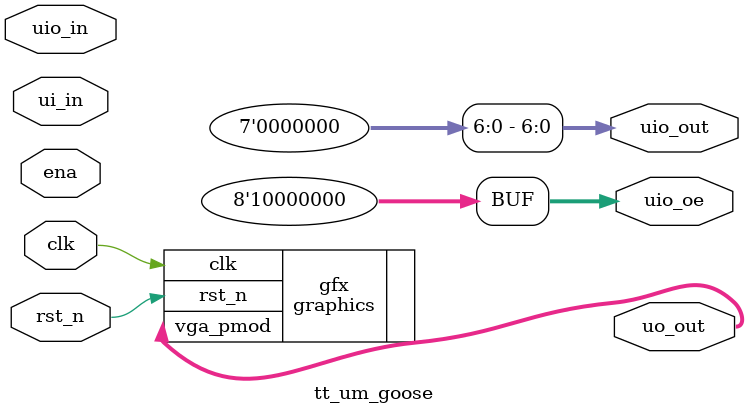
<source format=sv>
/*
 * Copyright (c) 2024 Your Name
 * SPDX-License-Identifier: Apache-2.0
 */

`default_nettype none

module tt_um_goose (
    input  wire [7:0] ui_in,    // Dedicated inputs
    output wire [7:0] uo_out,   // Dedicated outputs
    input  wire [7:0] uio_in,   // IOs: Input path
    output wire [7:0] uio_out,  // IOs: Output path
    output wire [7:0] uio_oe,   // IOs: Enable path (active high: 0=input, 1=output)
    input  wire       ena,      // always 1 when the design is powered, so you can ignore it
    input  wire       clk,      // clock
    input  wire       rst_n     // reset_n - low to reset
);

  // All output pins must be assigned. If not used, assign to 0.
  assign uio_out[6:0] = 7'b0000000;
  assign uio_oe = 8'b10000000;

  graphics gfx(.clk(clk), .rst_n(rst_n), .vga_pmod(uo_out));

endmodule

</source>
